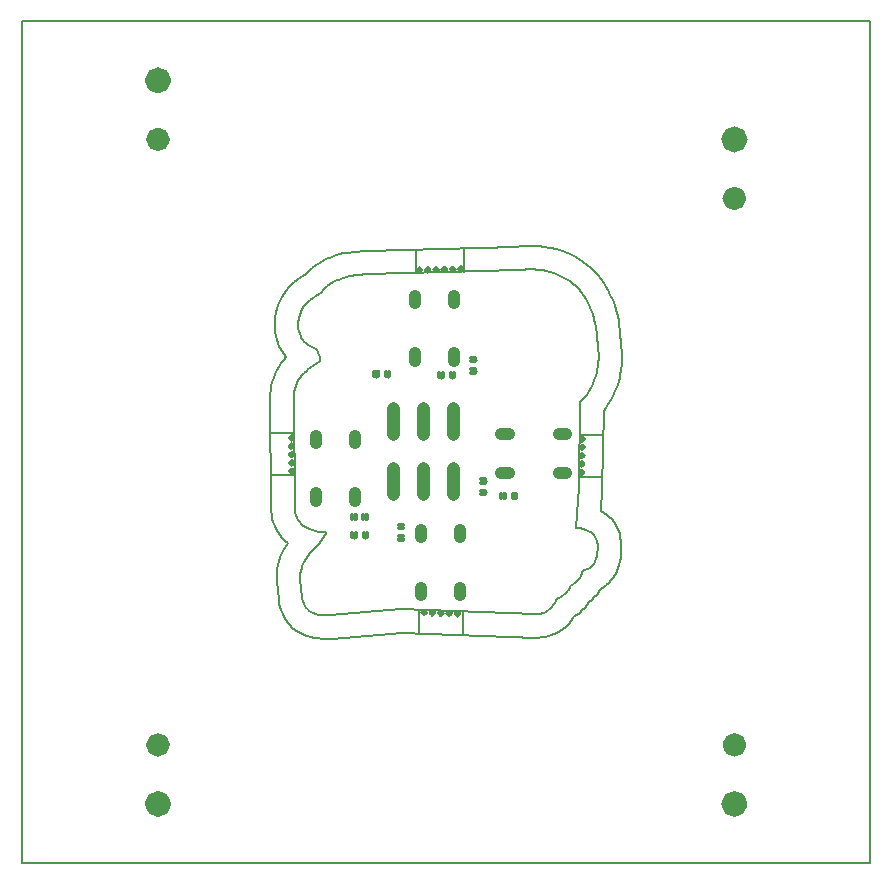
<source format=gbr>
%TF.GenerationSoftware,KiCad,Pcbnew,8.0.0*%
%TF.CreationDate,2024-03-08T11:25:02-06:00*%
%TF.ProjectId,untitled,756e7469-746c-4656-942e-6b696361645f,rev?*%
%TF.SameCoordinates,Original*%
%TF.FileFunction,Legend,Bot*%
%TF.FilePolarity,Positive*%
%FSLAX46Y46*%
G04 Gerber Fmt 4.6, Leading zero omitted, Abs format (unit mm)*
G04 Created by KiCad (PCBNEW 8.0.0) date 2024-03-08 11:25:02*
%MOMM*%
%LPD*%
G01*
G04 APERTURE LIST*
%ADD10C,1.091570*%
%ADD11C,0.293370*%
%ADD12C,0.358140*%
%ADD13C,0.992510*%
%ADD14C,0.051440*%
%ADD15C,0.152400*%
%ADD16C,1.000000*%
%ADD17C,1.125000*%
%ADD18C,0.150010*%
%ADD19C,0.325000*%
G04 APERTURE END LIST*
D10*
X4926740Y15308430D02*
X4926740Y17459170D01*
X4926740Y10258430D02*
X4926740Y12409170D01*
X7466740Y15308430D02*
X7466740Y17459170D01*
X7466740Y10258430D02*
X7466740Y12409170D01*
X10006740Y15308430D02*
X10006740Y17459170D01*
X10006740Y10258430D02*
X10006740Y12409170D01*
D11*
X11536250Y21598790D02*
X11957280Y21598790D01*
D12*
X11568660Y21745470D02*
X11924890Y21745470D01*
X11568660Y21452100D02*
X11924890Y21452100D01*
D11*
X11536250Y20638800D02*
X11957280Y20638800D01*
D12*
X11568660Y20785480D02*
X11924890Y20785480D01*
X11568660Y20492110D02*
X11924890Y20492110D01*
D11*
X9986770Y20068260D02*
X9986770Y20489290D01*
D12*
X9840090Y20100650D02*
X9840090Y20456880D01*
X10133460Y20100650D02*
X10133460Y20456880D01*
D11*
X9026780Y20068260D02*
X9026780Y20489290D01*
D12*
X8880090Y20100650D02*
X8880090Y20456880D01*
X9173460Y20100650D02*
X9173460Y20456880D01*
D11*
X12386260Y10368790D02*
X12807290Y10368790D01*
D12*
X12418670Y10515470D02*
X12774900Y10515470D01*
X12418670Y10222100D02*
X12774900Y10222100D01*
D11*
X12386260Y11328780D02*
X12807290Y11328780D01*
D12*
X12418670Y11475470D02*
X12774900Y11475470D01*
X12418670Y11182100D02*
X12774900Y11182100D01*
D11*
X5416270Y6488790D02*
X5837300Y6488790D01*
D12*
X5448680Y6635470D02*
X5804920Y6635470D01*
X5448680Y6342100D02*
X5804920Y6342100D01*
D11*
X5416270Y7448780D02*
X5837300Y7448780D01*
D12*
X5448680Y7595460D02*
X5804920Y7595460D01*
X5448680Y7302090D02*
X5804920Y7302090D01*
D11*
X14256770Y9848270D02*
X14256770Y10269300D01*
D12*
X14110080Y9880650D02*
X14110080Y10236890D01*
X14403450Y9880650D02*
X14403450Y10236890D01*
D11*
X15216780Y9848270D02*
X15216780Y10269300D01*
D12*
X15070100Y9880650D02*
X15070100Y10236890D01*
X15363470Y9880650D02*
X15363470Y10236890D01*
D11*
X1646780Y6528280D02*
X1646780Y6949310D01*
D12*
X1500100Y6560670D02*
X1500100Y6916900D01*
X1793470Y6560670D02*
X1793470Y6916900D01*
D11*
X2606780Y6528280D02*
X2606780Y6949310D01*
D12*
X2460090Y6560670D02*
X2460090Y6916900D01*
X2753460Y6560670D02*
X2753460Y6916900D01*
D11*
X4486780Y20138260D02*
X4486780Y20559290D01*
D12*
X4340100Y20170650D02*
X4340100Y20526880D01*
X4633470Y20170650D02*
X4633470Y20526880D01*
D11*
X3526760Y20138260D02*
X3526760Y20559290D01*
D12*
X3380080Y20170650D02*
X3380080Y20526880D01*
X3673450Y20170650D02*
X3673450Y20526880D01*
D11*
X1636780Y8088270D02*
X1636780Y8509300D01*
D12*
X1490090Y8120680D02*
X1490090Y8476920D01*
X1783460Y8120680D02*
X1783460Y8476920D01*
D11*
X2596770Y8088270D02*
X2596770Y8509300D01*
D12*
X2450080Y8120680D02*
X2450080Y8476920D01*
X2743450Y8120680D02*
X2743450Y8476920D01*
D13*
X10116740Y21518750D02*
X10116740Y22118850D01*
X6816750Y21518750D02*
X6816750Y22118850D01*
X6816750Y26418770D02*
X6816750Y27018870D01*
X10116740Y26418770D02*
X10116740Y27018870D01*
X14136700Y11958800D02*
X14736800Y11958800D01*
X14136700Y15258820D02*
X14736800Y15258820D01*
X19036690Y15258820D02*
X19636790Y15258820D01*
X19036690Y11958800D02*
X19636790Y11958800D01*
X7286750Y6598770D02*
X7286750Y7198870D01*
X10586750Y6598770D02*
X10586750Y7198870D01*
X10586750Y1698750D02*
X10586750Y2298850D01*
X7286750Y1698750D02*
X7286750Y2298850D01*
X1736750Y9668760D02*
X1736750Y10268860D01*
X-1563240Y9668760D02*
X-1563240Y10268860D01*
X-1563240Y14568750D02*
X-1563240Y15168850D01*
X1736750Y14568750D02*
X1736750Y15168850D01*
D14*
X3279270Y20692470D02*
X3774290Y20692470D01*
X3279270Y20692470D02*
X3774290Y20692470D01*
D15*
X-2680230Y1192780D02*
X-2722400Y1353920D01*
X-2722400Y1353920D02*
X-2753390Y1517600D01*
X-2753390Y1517600D02*
X-2892780Y2963700D01*
X-2892780Y2963700D02*
X-2899490Y3223620D01*
X-2899490Y3223620D02*
X-2881150Y3482980D01*
X-2881150Y3482980D02*
X-2837970Y3739360D01*
X-2837970Y3739360D02*
X-2770280Y3990390D01*
X-2770280Y3990390D02*
X-2716050Y4142940D01*
X-2716050Y4142940D02*
X-2592300Y4426410D01*
X-2592300Y4426410D02*
X-2446020Y4698900D01*
X-2446020Y4698900D02*
X-2278150Y4958690D01*
X-2278150Y4958690D02*
X-2094180Y5198750D01*
X-2094180Y5198750D02*
X-1284450Y6006670D01*
X-1284450Y6006670D02*
X-773020Y6781110D01*
X-773020Y6781110D02*
X-751460Y6871610D01*
X-751460Y6871610D02*
X-749940Y6894830D01*
X-749940Y6894830D02*
X-759430Y6940880D01*
X-759430Y6940880D02*
X-790800Y6975910D01*
X-790800Y6975910D02*
X-835530Y6990410D01*
X-835530Y6990410D02*
X-875590Y6983220D01*
X-875590Y6983220D02*
X-968040Y6980100D01*
X-968040Y6980100D02*
X-1167640Y6991020D01*
X-1167640Y6991020D02*
X-1303220Y7012970D01*
X-1303220Y7012970D02*
X-1879500Y7151670D01*
X-1879500Y7151670D02*
X-2110410Y7233720D01*
X-2110410Y7233720D02*
X-2331770Y7338870D01*
X-2331770Y7338870D02*
X-2450740Y7407530D01*
X-2450740Y7407530D02*
X-2631340Y7532780D01*
X-2631340Y7532780D02*
X-2796510Y7677760D01*
X-2796510Y7677760D02*
X-2944110Y7840570D01*
X-2944110Y7840570D02*
X-3072230Y8019140D01*
X-3072230Y8019140D02*
X-3179220Y8211110D01*
X-3179220Y8211110D02*
X-3263670Y8414000D01*
X-3263670Y8414000D02*
X-3324480Y8625180D01*
X-3324480Y8625180D02*
X-3360880Y8841920D01*
X-3360880Y8841920D02*
X-3369670Y8949720D01*
X-3369670Y8949720D02*
X-3447240Y18547770D01*
X-3447240Y18547770D02*
X-3419500Y18818560D01*
X-3419500Y18818560D02*
X-3367000Y19085660D01*
X-3367000Y19085660D02*
X-3290160Y19346820D01*
X-3290160Y19346820D02*
X-3189630Y19599780D01*
X-3189630Y19599780D02*
X-3066290Y19842450D01*
X-3066290Y19842450D02*
X-2921150Y20072760D01*
X-2921150Y20072760D02*
X-2755470Y20288730D01*
X-2755470Y20288730D02*
X-2570610Y20488550D01*
X-2570610Y20488550D02*
X-2368170Y20670550D01*
X-2368170Y20670550D02*
X-2306750Y20719520D01*
X-2306750Y20719520D02*
X-1227200Y21512170D01*
X-1227200Y21512170D02*
X-1200380Y21557770D01*
X-1200380Y21557770D02*
X-1195480Y21594850D01*
X-1195480Y21594850D02*
X-1206470Y21682710D01*
X-1206470Y21682710D02*
X-1249650Y21827240D01*
X-1249650Y21827240D02*
X-1313330Y21986040D01*
X-1313330Y21986040D02*
X-1519990Y22376490D01*
X-1519990Y22376490D02*
X-1603650Y22491700D01*
X-1603650Y22491700D02*
X-1712870Y22577090D01*
X-1712870Y22577090D02*
X-2242390Y22872320D01*
X-2242390Y22872320D02*
X-2409600Y22991880D01*
X-2409600Y22991880D02*
X-2561030Y23130870D01*
X-2561030Y23130870D02*
X-2694460Y23287230D01*
X-2694460Y23287230D02*
X-2807870Y23458680D01*
X-2807870Y23458680D02*
X-2868930Y23574650D01*
X-2868930Y23574650D02*
X-2957370Y23778690D01*
X-2957370Y23778690D02*
X-3022320Y23991390D01*
X-3022320Y23991390D02*
X-3062940Y24210040D01*
X-3062940Y24210040D02*
X-3078710Y24431850D01*
X-3078710Y24431850D02*
X-3078910Y24453620D01*
X-3078910Y24453620D02*
X-3065420Y24743710D01*
X-3065420Y24743710D02*
X-3026990Y25031550D01*
X-3026990Y25031550D02*
X-3001750Y25159110D01*
X-3001750Y25159110D02*
X-2933190Y25411150D01*
X-2933190Y25411150D02*
X-2840810Y25655450D01*
X-2840810Y25655450D02*
X-2725420Y25889790D01*
X-2725420Y25889790D02*
X-2588130Y26111990D01*
X-2588130Y26111990D02*
X-2430200Y26320040D01*
X-2430200Y26320040D02*
X-2285420Y26479600D01*
X-2285420Y26479600D02*
X-2079240Y26671240D01*
X-2079240Y26671240D02*
X-1856870Y26843790D01*
X-1856870Y26843790D02*
X-1755700Y26912420D01*
X-1755700Y26912420D02*
X-1154020Y27237560D01*
X-1154020Y27237560D02*
X-912980Y27534160D01*
X-912980Y27534160D02*
X-634420Y27796010D01*
X-634420Y27796010D02*
X-377110Y27985670D01*
X-377110Y27985670D02*
X-105770Y28154580D01*
X-105770Y28154580D02*
X178000Y28301720D01*
X178000Y28301720D02*
X354760Y28379700D01*
X354760Y28379700D02*
X690170Y28503580D01*
X690170Y28503580D02*
X1033450Y28603650D01*
X1033450Y28603650D02*
X1210540Y28645280D01*
X1210540Y28645280D02*
X2771620Y28822140D01*
X2771620Y28822140D02*
X15542950Y29176400D01*
X15542950Y29176400D02*
X15962120Y29220640D01*
X15962120Y29220640D02*
X16383200Y29239920D01*
X16383200Y29239920D02*
X16804670Y29234130D01*
X16804670Y29234130D02*
X17225060Y29203290D01*
X17225060Y29203290D02*
X17642870Y29147540D01*
X17642870Y29147540D02*
X17904310Y29099660D01*
X17904310Y29099660D02*
X18258790Y29016330D01*
X18258790Y29016330D02*
X18606720Y28908810D01*
X18606720Y28908810D02*
X18946420Y28777640D01*
X18946420Y28777640D02*
X19276260Y28623410D01*
X19276260Y28623410D02*
X19594750Y28446860D01*
X19594750Y28446860D02*
X19896100Y28251760D01*
X19896100Y28251760D02*
X20174860Y28039290D01*
X20174860Y28039290D02*
X20437750Y27807440D01*
X20437750Y27807440D02*
X20683400Y27557370D01*
X20683400Y27557370D02*
X20910550Y27290420D01*
X20910550Y27290420D02*
X21118040Y27007950D01*
X21118040Y27007950D02*
X21304830Y26711330D01*
X21304830Y26711330D02*
X21377710Y26581400D01*
X21377710Y26581400D02*
X21565180Y26208480D01*
X21565180Y26208480D02*
X21729950Y25824990D01*
X21729950Y25824990D02*
X21871410Y25432280D01*
X21871410Y25432280D02*
X21989030Y25031830D01*
X21989030Y25031830D02*
X22082400Y24625020D01*
X22082400Y24625020D02*
X22110880Y24472440D01*
X22110880Y24472440D02*
X22355380Y21859090D01*
X22355380Y21859090D02*
X22309890Y21199600D01*
X22309890Y21199600D02*
X22197360Y20548630D01*
X22197360Y20548630D02*
X22110090Y20204250D01*
X22110090Y20204250D02*
X21998760Y19866860D01*
X21998760Y19866860D02*
X21863910Y19538190D01*
X21863910Y19538190D02*
X21706260Y19219820D01*
X21706260Y19219820D02*
X21526530Y18913370D01*
X21526530Y18913370D02*
X21340140Y18640040D01*
X21340140Y18640040D02*
X21126810Y18367880D01*
X21126810Y18367880D02*
X20894340Y18111880D01*
X20894340Y18111880D02*
X20812660Y18030240D01*
X20812660Y18030240D02*
X20666080Y10774220D01*
X20666080Y10774220D02*
X20459780Y7328920D01*
X20459780Y7328920D02*
X20744000Y7299780D01*
X20744000Y7299780D02*
X21024600Y7245830D01*
X21024600Y7245830D02*
X21273820Y7175930D01*
X21273820Y7175930D02*
X21468160Y7101840D01*
X21468160Y7101840D02*
X21652200Y7004910D01*
X21652200Y7004910D02*
X21721670Y6960490D01*
X21721670Y6960490D02*
X21859980Y6853500D01*
X21859980Y6853500D02*
X21981570Y6727850D01*
X21981570Y6727850D02*
X22083980Y6586140D01*
X22083980Y6586140D02*
X22165130Y6431250D01*
X22165130Y6431250D02*
X22223300Y6266360D01*
X22223300Y6266360D02*
X22247660Y6158740D01*
X22247660Y6158740D02*
X22282890Y5917440D01*
X22282890Y5917440D02*
X22293220Y5678960D01*
X22293220Y5678960D02*
X22259470Y5144110D01*
X22259470Y5144110D02*
X22224540Y4932550D01*
X22224540Y4932550D02*
X22171180Y4722520D01*
X22171180Y4722520D02*
X22093960Y4520060D01*
X22093960Y4520060D02*
X22078900Y4487340D01*
X22078900Y4487340D02*
X21990990Y4331490D01*
X21990990Y4331490D02*
X21882200Y4189450D01*
X21882200Y4189450D02*
X21754640Y4063970D01*
X21754640Y4063970D02*
X21610850Y3957500D01*
X21610850Y3957500D02*
X21453580Y3872150D01*
X21453580Y3872150D02*
X21414510Y3855140D01*
X21414510Y3855140D02*
X21204400Y3782190D01*
X21204400Y3782190D02*
X20987410Y3733290D01*
X20987410Y3733290D02*
X20966940Y3729990D01*
X20966940Y3729990D02*
X20920860Y3517700D01*
X20920860Y3517700D02*
X20850660Y3312130D01*
X20850660Y3312130D02*
X20831230Y3266160D01*
X20831230Y3266160D02*
X20746540Y3102280D01*
X20746540Y3102280D02*
X20640450Y2951330D01*
X20640450Y2951330D02*
X20640120Y2950950D01*
X20640120Y2950950D02*
X20518910Y2821610D01*
X20518910Y2821610D02*
X20380680Y2710660D01*
X20380680Y2710660D02*
X20228200Y2620260D01*
X20228200Y2620260D02*
X20064530Y2552240D01*
X20064530Y2552240D02*
X20042400Y2545050D01*
X20042400Y2545050D02*
X19952540Y2332990D01*
X19952540Y2332990D02*
X19840190Y2131900D01*
X19840190Y2131900D02*
X19809210Y2084350D01*
X19809210Y2084350D02*
X19686190Y1921790D01*
X19686190Y1921790D02*
X19544180Y1775560D01*
X19544180Y1775560D02*
X19385310Y1647830D01*
X19385310Y1647830D02*
X19212000Y1540540D01*
X19212000Y1540540D02*
X19026810Y1455290D01*
X19026810Y1455290D02*
X18832600Y1393420D01*
X18832600Y1393420D02*
X18811930Y1388340D01*
X18811930Y1388340D02*
X18731050Y1167870D01*
X18731050Y1167870D02*
X18627140Y957280D01*
X18627140Y957280D02*
X18529350Y799130D01*
X18529350Y799130D02*
X18407020Y639110D01*
X18407020Y639110D02*
X18265780Y495500D01*
X18265780Y495500D02*
X18107790Y370510D01*
X18107790Y370510D02*
X17935550Y266090D01*
X17935550Y266090D02*
X17751650Y183850D01*
X17751650Y183850D02*
X17619170Y140590D01*
X17619170Y140590D02*
X17387930Y83870D01*
X17387930Y83870D02*
X17151990Y51770D01*
X17151990Y51770D02*
X17097300Y47900D01*
X17097300Y47900D02*
X5662520Y483290D01*
X5662520Y483290D02*
X-383290Y-22630D01*
X-383290Y-22630D02*
X-1119350Y-17880D01*
X-1119350Y-17880D02*
X-1389200Y14630D01*
X-1389200Y14630D02*
X-1609140Y63500D01*
X-1609140Y63500D02*
X-1822270Y136500D01*
X-1822270Y136500D02*
X-1843960Y145440D01*
X-1843960Y145440D02*
X-2003370Y224430D01*
X-2003370Y224430D02*
X-2150140Y325020D01*
X-2150140Y325020D02*
X-2281350Y445190D01*
X-2281350Y445190D02*
X-2394380Y582600D01*
X-2394380Y582600D02*
X-2484700Y730020D01*
X-2484700Y730020D02*
X-2584020Y939270D01*
X-2584020Y939270D02*
X-2660170Y1157990D01*
X-2660170Y1157990D02*
X-2667410Y1183670D01*
X-2667410Y1183670D02*
X-2680230Y1192780D01*
X-2671320Y1202560D02*
X-2672490Y1206500D01*
D16*
X-14447190Y-11022630D02*
G75*
G02*
X-15447190Y-11022630I-500000J0D01*
G01*
X-15447190Y-11022630D02*
G75*
G02*
X-14447190Y-11022630I500000J0D01*
G01*
X-14447190Y40240840D02*
G75*
G02*
X-15447190Y40240840I-500000J0D01*
G01*
X-15447190Y40240840D02*
G75*
G02*
X-14447190Y40240840I500000J0D01*
G01*
D17*
X-14384690Y-16022620D02*
G75*
G02*
X-15509690Y-16022620I-562500J0D01*
G01*
X-15509690Y-16022620D02*
G75*
G02*
X-14384690Y-16022620I562500J0D01*
G01*
X-14384690Y45240830D02*
G75*
G02*
X-15509690Y45240830I-562500J0D01*
G01*
X-15509690Y45240830D02*
G75*
G02*
X-14384690Y45240830I562500J0D01*
G01*
D16*
X34355380Y-11022630D02*
G75*
G02*
X33355380Y-11022630I-500000J0D01*
G01*
X33355380Y-11022630D02*
G75*
G02*
X34355380Y-11022630I500000J0D01*
G01*
X34355380Y35240820D02*
G75*
G02*
X33355380Y35240820I-500000J0D01*
G01*
X33355380Y35240820D02*
G75*
G02*
X34355380Y35240820I500000J0D01*
G01*
D17*
X34417880Y-16022620D02*
G75*
G02*
X33292880Y-16022620I-562500J0D01*
G01*
X33292880Y-16022620D02*
G75*
G02*
X34417880Y-16022620I562500J0D01*
G01*
X34417880Y40240840D02*
G75*
G02*
X33292880Y40240840I-562500J0D01*
G01*
X33292880Y40240840D02*
G75*
G02*
X34417880Y40240840I562500J0D01*
G01*
D15*
X-26447190Y-21022640D02*
X-26447190Y50240820D01*
X-26447190Y50240820D02*
X22355380Y50240820D01*
X27626080Y-21022640D02*
X-26447190Y-21022640D01*
X22355380Y50240820D02*
X45355380Y50240820D01*
X45355380Y50240820D02*
X45355380Y-21022640D01*
X45355380Y-21022640D02*
X22355380Y-21022640D01*
D18*
X-5447180Y18531610D02*
X-5443960Y18662350D01*
X-5443960Y18662350D02*
X-5411550Y19013350D01*
X-5411550Y19013350D02*
X-5354270Y19361120D01*
X-5354270Y19361120D02*
X-5272430Y19703970D01*
X-5272430Y19703970D02*
X-5166440Y20040140D01*
X-5166440Y20040140D02*
X-5036850Y20367930D01*
X-5036850Y20367930D02*
X-4884270Y20685660D01*
X-4884270Y20685660D02*
X-4709520Y20991780D01*
X-4709520Y20991780D02*
X-4513480Y21284690D01*
X-4513480Y21284690D02*
X-4297100Y21562920D01*
X-4297100Y21562920D02*
X-4069920Y21816340D01*
X-4069920Y21816340D02*
X-4265400Y22049110D01*
X-4265400Y22049110D02*
X-4441060Y22297160D01*
X-4441060Y22297160D02*
X-4595670Y22558860D01*
X-4595670Y22558860D02*
X-4664810Y22694320D01*
X-4664810Y22694320D02*
X-4793720Y22982350D01*
X-4793720Y22982350D02*
X-4899380Y23279740D01*
X-4899380Y23279740D02*
X-4981120Y23584540D01*
X-4981120Y23584540D02*
X-5038420Y23894870D01*
X-5038420Y23894870D02*
X-5070910Y24208790D01*
X-5070910Y24208790D02*
X-5078910Y24460250D01*
X-5078910Y24460250D02*
X-5065170Y24826700D01*
X-5065170Y24826700D02*
X-5026410Y25191340D01*
X-5026410Y25191340D02*
X-4962860Y25552480D01*
X-4962860Y25552480D02*
X-4954350Y25592050D01*
X-4954350Y25592050D02*
X-4867780Y25925020D01*
X-4867780Y25925020D02*
X-4757240Y26250800D01*
X-4757240Y26250800D02*
X-4623260Y26567690D01*
X-4623260Y26567690D02*
X-4466560Y26873960D01*
X-4466560Y26873960D02*
X-4288000Y27168040D01*
X-4288000Y27168040D02*
X-4088510Y27448330D01*
X-4088510Y27448330D02*
X-3869160Y27713360D01*
X-3869160Y27713360D02*
X-3709260Y27884090D01*
X-3709260Y27884090D02*
X-3448100Y28131390D01*
X-3448100Y28131390D02*
X-3170350Y28359910D01*
X-3170350Y28359910D02*
X-2877360Y28568550D01*
X-2877360Y28568550D02*
X-2847540Y28588080D01*
X-2847540Y28588080D02*
X-2706550Y28671930D01*
X-2706550Y28671930D02*
X-2454910Y28807920D01*
X-2454910Y28807920D02*
X-2302940Y28972210D01*
X-2302940Y28972210D02*
X-2282800Y28991410D01*
X-2282800Y28991410D02*
X-1882270Y29358970D01*
X-1882270Y29358970D02*
X-1569720Y29592680D01*
X-1569720Y29592680D02*
X-1242820Y29805860D01*
X-1242820Y29805860D02*
X-902920Y29997600D01*
X-902920Y29997600D02*
X-551410Y30167150D01*
X-551410Y30167150D02*
X-403480Y30230390D01*
X-403480Y30230390D02*
X-8510Y30378680D01*
X-8510Y30378680D02*
X394560Y30503240D01*
X394560Y30503240D02*
X785240Y30599530D01*
X785240Y30599530D02*
X985390Y30632580D01*
X985390Y30632580D02*
X2546480Y30809440D01*
X2546480Y30809440D02*
X2718610Y30821450D01*
X2718610Y30821450D02*
X15386910Y31172840D01*
X15386910Y31172840D02*
X15862000Y31218660D01*
X15862000Y31218660D02*
X16338850Y31239460D01*
X16338850Y31239460D02*
X16816120Y31235190D01*
X16816120Y31235190D02*
X17292520Y31205910D01*
X17292520Y31205910D02*
X17766720Y31151650D01*
X17766720Y31151650D02*
X18237400Y31072560D01*
X18237400Y31072560D02*
X18298130Y31060490D01*
X18298130Y31060490D02*
X18714720Y30964610D01*
X18714720Y30964610D02*
X19124960Y30844440D01*
X19124960Y30844440D02*
X19527470Y30700470D01*
X19527470Y30700470D02*
X19920840Y30533140D01*
X19920840Y30533140D02*
X20303720Y30343040D01*
X20303720Y30343040D02*
X20674810Y30130850D01*
X20674810Y30130850D02*
X21032830Y29897270D01*
X21032830Y29897270D02*
X21052660Y29883430D01*
X21052660Y29883430D02*
X21384790Y29633060D01*
X21384790Y29633060D02*
X21701250Y29363110D01*
X21701250Y29363110D02*
X22000870Y29074620D01*
X22000870Y29074620D02*
X22282560Y28768620D01*
X22282560Y28768620D02*
X22545320Y28446200D01*
X22545320Y28446200D02*
X22788190Y28108530D01*
X22788190Y28108530D02*
X23010270Y27756840D01*
X23010270Y27756840D02*
X23136810Y27532990D01*
X23136810Y27532990D02*
X23351060Y27110560D01*
X23351060Y27110560D02*
X23542700Y26677390D01*
X23542700Y26677390D02*
X23711130Y26234690D01*
X23711130Y26234690D02*
X23855930Y25783720D01*
X23855930Y25783720D02*
X23976660Y25325710D01*
X23976660Y25325710D02*
X24073000Y24861950D01*
X24073000Y24861950D02*
X24080390Y24820270D01*
X24080390Y24820270D02*
X24102190Y24658750D01*
X24102190Y24658750D02*
X24346640Y22045900D01*
X24346640Y22045900D02*
X24355040Y21822260D01*
X24355040Y21822260D02*
X24350650Y21721450D01*
X24350650Y21721450D02*
X24305160Y21061980D01*
X24305160Y21061980D02*
X24280240Y20856470D01*
X24280240Y20856470D02*
X24152200Y20125970D01*
X24152200Y20125970D02*
X24051290Y19718320D01*
X24051290Y19718320D02*
X23926240Y19317440D01*
X23926240Y19317440D02*
X23777500Y18924700D01*
X23777500Y18924700D02*
X23605590Y18541540D01*
X23605590Y18541540D02*
X23411150Y18169330D01*
X23411150Y18169330D02*
X23194850Y17809390D01*
X23194850Y17809390D02*
X22957460Y17462960D01*
X22957460Y17462960D02*
X22797340Y17252110D01*
X22797340Y17252110D02*
X22662490Y10654690D01*
X22662490Y10654690D02*
X22551140Y8794800D01*
X22551140Y8794800D02*
X22812760Y8636810D01*
X22812760Y8636810D02*
X22834040Y8622640D01*
X22834040Y8622640D02*
X23063120Y8454620D01*
X23063120Y8454620D02*
X23276530Y8267070D01*
X23276530Y8267070D02*
X23472570Y8061450D01*
X23472570Y8061450D02*
X23649740Y7839380D01*
X23649740Y7839380D02*
X23806660Y7602550D01*
X23806660Y7602550D02*
X23942090Y7352820D01*
X23942090Y7352820D02*
X24054990Y7092110D01*
X24054990Y7092110D02*
X24144500Y6822490D01*
X24144500Y6822490D02*
X24209910Y6546040D01*
X24209910Y6546040D02*
X24212580Y6531890D01*
X24212580Y6531890D02*
X24263530Y6204790D01*
X24263530Y6204790D02*
X24289610Y5874740D01*
X24289610Y5874740D02*
X24293170Y5665010D01*
X24293170Y5665010D02*
X24289080Y5550330D01*
X24289080Y5550330D02*
X24255650Y5020460D01*
X24255650Y5020460D02*
X24232770Y4818350D01*
X24232770Y4818350D02*
X24188190Y4552980D01*
X24188190Y4552980D02*
X24116790Y4249650D01*
X24116790Y4249650D02*
X24021260Y3953050D01*
X24021260Y3953050D02*
X23902210Y3665090D01*
X23902210Y3665090D02*
X23885350Y3629000D01*
X23885350Y3629000D02*
X23751130Y3375740D01*
X23751130Y3375740D02*
X23595330Y3135170D01*
X23595330Y3135170D02*
X23419100Y2909110D01*
X23419100Y2909110D02*
X23223830Y2699330D01*
X23223830Y2699330D02*
X23010950Y2507390D01*
X23010950Y2507390D02*
X22782150Y2334770D01*
X22782150Y2334770D02*
X22539120Y2182770D01*
X22539120Y2182770D02*
X22518190Y2171040D01*
X22518190Y2171040D02*
X22366120Y1923950D01*
X22366120Y1923950D02*
X22193280Y1690930D01*
X22193280Y1690930D02*
X22192280Y1689680D01*
X22192280Y1689680D02*
X22002620Y1476150D01*
X22002620Y1476150D02*
X21795000Y1280080D01*
X21795000Y1280080D02*
X21570980Y1102940D01*
X21570980Y1102940D02*
X21543240Y1083160D01*
X21543240Y1083160D02*
X21373820Y832150D01*
X21373820Y832150D02*
X21184240Y596040D01*
X21184240Y596040D02*
X20975800Y376380D01*
X20975800Y376380D02*
X20749900Y174730D01*
X20749900Y174730D02*
X20508110Y-7590D01*
X20508110Y-7590D02*
X20302270Y-139850D01*
X20302270Y-139850D02*
X20187440Y-319250D01*
X20187440Y-319250D02*
X20009080Y-561950D01*
X20009080Y-561950D02*
X19811160Y-789000D01*
X19811160Y-789000D02*
X19595080Y-998800D01*
X19595080Y-998800D02*
X19362290Y-1189940D01*
X19362290Y-1189940D02*
X19114440Y-1361030D01*
X19114440Y-1361030D02*
X18853230Y-1510970D01*
X18853230Y-1510970D02*
X18580430Y-1638660D01*
X18580430Y-1638660D02*
X18298010Y-1743230D01*
X18298010Y-1743230D02*
X18178040Y-1779780D01*
X18178040Y-1779780D02*
X17861380Y-1860680D01*
X17861380Y-1860680D02*
X17539440Y-1917090D01*
X17539440Y-1917090D02*
X17217540Y-1948480D01*
X17217540Y-1948480D02*
X17021200Y-1950640D01*
X17021200Y-1950640D02*
X5708040Y-1519890D01*
X5708040Y-1519890D02*
X-216510Y-2015670D01*
X-216510Y-2015670D02*
X-440210Y-2021810D01*
X-440210Y-2021810D02*
X-480750Y-2020270D01*
X-480750Y-2020270D02*
X-1119350Y-2020270D01*
X-1119350Y-2020270D02*
X-1342800Y-2007740D01*
X-1342800Y-2007740D02*
X-1454710Y-1991940D01*
X-1454710Y-1991940D02*
X-1717070Y-1958310D01*
X-1717070Y-1958310D02*
X-2028160Y-1894180D01*
X-2028160Y-1894180D02*
X-2333220Y-1805710D01*
X-2333220Y-1805710D02*
X-2611090Y-1701600D01*
X-2611090Y-1701600D02*
X-2870350Y-1580850D01*
X-2870350Y-1580850D02*
X-3118050Y-1437840D01*
X-3118050Y-1437840D02*
X-3352270Y-1273730D01*
X-3352270Y-1273730D02*
X-3571240Y-1089760D01*
X-3571240Y-1089760D02*
X-3773250Y-887320D01*
X-3773250Y-887320D02*
X-3956790Y-667970D01*
X-3956790Y-667970D02*
X-4120410Y-433430D01*
X-4120410Y-433430D02*
X-4249520Y-211000D01*
X-4249520Y-211000D02*
X-4391050Y78410D01*
X-4391050Y78410D02*
X-4509640Y377930D01*
X-4509640Y377930D02*
X-4521100Y411000D01*
X-4521100Y411000D02*
X-4596920Y621560D01*
X-4596920Y621560D02*
X-4609190Y664410D01*
X-4609190Y664410D02*
X-4663290Y871250D01*
X-4663290Y871250D02*
X-4722220Y1160170D01*
X-4722220Y1160170D02*
X-4736260Y1256440D01*
X-4736260Y1256440D02*
X-4887390Y2816830D01*
X-4887390Y2816830D02*
X-4900170Y3159710D01*
X-4900170Y3159710D02*
X-4887900Y3502630D01*
X-4887900Y3502630D02*
X-4850640Y3843730D01*
X-4850640Y3843730D02*
X-4788590Y4181200D01*
X-4788590Y4181200D02*
X-4702050Y4513250D01*
X-4702050Y4513250D02*
X-4591530Y4838090D01*
X-4591530Y4838090D02*
X-4579900Y4868320D01*
X-4579900Y4868320D02*
X-4429810Y5219420D01*
X-4429810Y5219420D02*
X-4257010Y5559910D01*
X-4257010Y5559910D02*
X-4062250Y5888360D01*
X-4062250Y5888360D02*
X-3963370Y6038160D01*
X-3963370Y6038160D02*
X-4195780Y6248880D01*
X-4195780Y6248880D02*
X-4410630Y6477480D01*
X-4410630Y6477480D02*
X-4606570Y6722490D01*
X-4606570Y6722490D02*
X-4782340Y6982360D01*
X-4782340Y6982360D02*
X-4936790Y7255430D01*
X-4936790Y7255430D02*
X-5068950Y7539960D01*
X-5068950Y7539960D02*
X-5178020Y7834120D01*
X-5178020Y7834120D02*
X-5263240Y8136050D01*
X-5263240Y8136050D02*
X-5324090Y8443800D01*
X-5324090Y8443800D02*
X-5360210Y8755460D01*
X-5360210Y8755460D02*
X-5369610Y8933560D01*
X-5369610Y8933560D02*
X-5447180Y18531610D01*
D19*
X-3440590Y12151230D02*
G75*
G02*
X-3765590Y12151230I-162500J0D01*
G01*
X-3765590Y12151230D02*
G75*
G02*
X-3440590Y12151230I162500J0D01*
G01*
X-3444730Y12850950D02*
G75*
G02*
X-3769730Y12850950I-162500J0D01*
G01*
X-3769730Y12850950D02*
G75*
G02*
X-3444730Y12850950I162500J0D01*
G01*
X-3469570Y13550670D02*
G75*
G02*
X-3794570Y13550670I-162500J0D01*
G01*
X-3794570Y13550670D02*
G75*
G02*
X-3469570Y13550670I162500J0D01*
G01*
X-3479940Y14258670D02*
G75*
G02*
X-3804940Y14258670I-162500J0D01*
G01*
X-3804940Y14258670D02*
G75*
G02*
X-3479940Y14258670I162500J0D01*
G01*
X-3467520Y14961490D02*
G75*
G02*
X-3792520Y14961490I-162500J0D01*
G01*
X-3792520Y14961490D02*
G75*
G02*
X-3467520Y14961490I162500J0D01*
G01*
X21137570Y14882800D02*
G75*
G02*
X20812570Y14882800I-162500J0D01*
G01*
X20812570Y14882800D02*
G75*
G02*
X21137570Y14882800I162500J0D01*
G01*
X21125150Y14176880D02*
G75*
G02*
X20800150Y14176880I-162500J0D01*
G01*
X20800150Y14176880D02*
G75*
G02*
X21125150Y14176880I162500J0D01*
G01*
X21102390Y13470970D02*
G75*
G02*
X20777390Y13470970I-162500J0D01*
G01*
X20777390Y13470970D02*
G75*
G02*
X21102390Y13470970I162500J0D01*
G01*
X21096160Y12755930D02*
G75*
G02*
X20771160Y12755930I-162500J0D01*
G01*
X20771160Y12755930D02*
G75*
G02*
X21096160Y12755930I162500J0D01*
G01*
X21083740Y12054130D02*
G75*
G02*
X20758740Y12054130I-162500J0D01*
G01*
X20758740Y12054130D02*
G75*
G02*
X21083740Y12054130I162500J0D01*
G01*
X7346560Y29174190D02*
G75*
G02*
X7021560Y29174190I-162500J0D01*
G01*
X7021560Y29174190D02*
G75*
G02*
X7346560Y29174190I162500J0D01*
G01*
X8063830Y29186810D02*
G75*
G02*
X7738830Y29186810I-162500J0D01*
G01*
X7738830Y29186810D02*
G75*
G02*
X8063830Y29186810I162500J0D01*
G01*
X7752860Y180520D02*
G75*
G02*
X7427860Y180520I-162500J0D01*
G01*
X7427860Y180520D02*
G75*
G02*
X7752860Y180520I162500J0D01*
G01*
X8454100Y152350D02*
G75*
G02*
X8129100Y152350I-162500J0D01*
G01*
X8129100Y152350D02*
G75*
G02*
X8454100Y152350I162500J0D01*
G01*
X9157910Y124210D02*
G75*
G02*
X8832910Y124210I-162500J0D01*
G01*
X8832910Y124210D02*
G75*
G02*
X9157910Y124210I162500J0D01*
G01*
X9871950Y108860D02*
G75*
G02*
X9546950Y108860I-162500J0D01*
G01*
X9546950Y108860D02*
G75*
G02*
X9871950Y108860I162500J0D01*
G01*
X10575760Y75590D02*
G75*
G02*
X10250760Y75590I-162500J0D01*
G01*
X10250760Y75590D02*
G75*
G02*
X10575760Y75590I162500J0D01*
G01*
X8761820Y29207660D02*
G75*
G02*
X8436820Y29207660I-162500J0D01*
G01*
X8436820Y29207660D02*
G75*
G02*
X8761820Y29207660I162500J0D01*
G01*
X9462610Y29229910D02*
G75*
G02*
X9137610Y29229910I-162500J0D01*
G01*
X9137610Y29229910D02*
G75*
G02*
X9462610Y29229910I162500J0D01*
G01*
X10171750Y29249370D02*
G75*
G02*
X9846750Y29249370I-162500J0D01*
G01*
X9846750Y29249370D02*
G75*
G02*
X10171750Y29249370I162500J0D01*
G01*
X10861410Y29271620D02*
G75*
G02*
X10536410Y29271620I-162500J0D01*
G01*
X10536410Y29271620D02*
G75*
G02*
X10861410Y29271620I162500J0D01*
G01*
D18*
X20683020Y11621520D02*
X22682250Y11621520D01*
X20753980Y15248890D02*
X22756390Y15248890D01*
X-5421550Y15361640D02*
X-3422400Y15361640D01*
X-5393000Y11828250D02*
X-3393390Y11828250D01*
X7160310Y419070D02*
X7160310Y-1575180D01*
X10862840Y280440D02*
X10862840Y-1716180D01*
X6859570Y28939260D02*
X6859570Y30936310D01*
X10994420Y29052850D02*
X10994420Y31050990D01*
M02*

</source>
